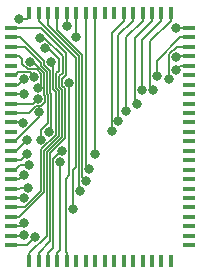
<source format=gbr>
%TF.GenerationSoftware,KiCad,Pcbnew,9.0.4*%
%TF.CreationDate,2025-11-13T11:37:52+01:00*%
%TF.ProjectId,Neptune-32x-315-5805-bypass,4e657074-756e-4652-9d33-32782d333135,rev?*%
%TF.SameCoordinates,Original*%
%TF.FileFunction,Copper,L1,Top*%
%TF.FilePolarity,Positive*%
%FSLAX46Y46*%
G04 Gerber Fmt 4.6, Leading zero omitted, Abs format (unit mm)*
G04 Created by KiCad (PCBNEW 9.0.4) date 2025-11-13 11:37:52*
%MOMM*%
%LPD*%
G01*
G04 APERTURE LIST*
%TA.AperFunction,CastellatedPad*%
%ADD10R,1.000000X0.300000*%
%TD*%
%TA.AperFunction,CastellatedPad*%
%ADD11R,0.300000X1.000000*%
%TD*%
%TA.AperFunction,ViaPad*%
%ADD12C,0.800000*%
%TD*%
%TA.AperFunction,Conductor*%
%ADD13C,0.127000*%
%TD*%
G04 APERTURE END LIST*
D10*
%TO.P,IC1,1,RA4*%
%TO.N,VA4*%
X97572800Y-64505600D03*
%TO.P,IC1,2,RA3*%
%TO.N,VA3*%
X97572800Y-65305600D03*
%TO.P,IC1,3,RA2*%
%TO.N,VA2*%
X97572800Y-66105600D03*
%TO.P,IC1,4,RA1*%
%TO.N,VA1*%
X97572800Y-66905600D03*
%TO.P,IC1,5,GND*%
%TO.N,unconnected-(IC1-GND-Pad5)*%
X97572800Y-67705600D03*
%TO.P,IC1,6,VA23*%
%TO.N,VA23*%
X97572800Y-68505600D03*
%TO.P,IC1,7,VA22*%
%TO.N,VA22*%
X97572800Y-69305600D03*
%TO.P,IC1,8,OVA21*%
%TO.N,VA21*%
X97572800Y-70105600D03*
%TO.P,IC1,9,OVA20*%
%TO.N,VA20*%
X97572800Y-70905600D03*
%TO.P,IC1,10,OVA19*%
%TO.N,VA19*%
X97572800Y-71705600D03*
%TO.P,IC1,11,VA18*%
%TO.N,VA18*%
X97572800Y-72505600D03*
%TO.P,IC1,12,GND*%
%TO.N,unconnected-(IC1-GND-Pad12)*%
X97572800Y-73305600D03*
%TO.P,IC1,13,VA17*%
%TO.N,VA17*%
X97572800Y-74105600D03*
%TO.P,IC1,14,VA16*%
%TO.N,VA16*%
X97572800Y-74905600D03*
%TO.P,IC1,15,VA15*%
%TO.N,VA15*%
X97572800Y-75705600D03*
%TO.P,IC1,16,VA14*%
%TO.N,VA14*%
X97572800Y-76505600D03*
%TO.P,IC1,17,VA13*%
%TO.N,VA13*%
X97572800Y-77305600D03*
%TO.P,IC1,18,VA12*%
%TO.N,VA12*%
X97572800Y-78105600D03*
%TO.P,IC1,19,VA11*%
%TO.N,VA11*%
X97572800Y-78905600D03*
%TO.P,IC1,20,VA10*%
%TO.N,VA10*%
X97572800Y-79705600D03*
%TO.P,IC1,21,VA9*%
%TO.N,VA9*%
X97572800Y-80505600D03*
%TO.P,IC1,22,VA8*%
%TO.N,VA8*%
X97572800Y-81305600D03*
%TO.P,IC1,23,VA7*%
%TO.N,VA7*%
X97572800Y-82105600D03*
%TO.P,IC1,24,VA6*%
%TO.N,VA6*%
X97572800Y-82905600D03*
D11*
%TO.P,IC1,25,VA5*%
%TO.N,VA5*%
X99072800Y-84205600D03*
%TO.P,IC1,26,VA4*%
%TO.N,VA4*%
X99872800Y-84205600D03*
%TO.P,IC1,27,VA3*%
%TO.N,VA3*%
X100672800Y-84205600D03*
%TO.P,IC1,28,VA2*%
%TO.N,VA2*%
X101472800Y-84205600D03*
%TO.P,IC1,29,VA1*%
%TO.N,VA1*%
X102272800Y-84205600D03*
%TO.P,IC1,30,SHA21*%
%TO.N,unconnected-(IC1-SHA21-Pad30)*%
X103072800Y-84205600D03*
%TO.P,IC1,31,SHA20*%
%TO.N,unconnected-(IC1-SHA20-Pad31)*%
X103872800Y-84205600D03*
%TO.P,IC1,32,CKIO*%
%TO.N,unconnected-(IC1-CKIO-Pad32)*%
X104672800Y-84205600D03*
%TO.P,IC1,33,GND*%
%TO.N,unconnected-(IC1-GND-Pad33)*%
X105472800Y-84205600D03*
%TO.P,IC1,34,VDD*%
%TO.N,unconnected-(IC1-VDD-Pad34)*%
X106272800Y-84205600D03*
%TO.P,IC1,35,BREQ*%
%TO.N,unconnected-(IC1-BREQ-Pad35)*%
X107072800Y-84205600D03*
%TO.P,IC1,36,OBACK*%
%TO.N,unconnected-(IC1-OBACK-Pad36)*%
X107872800Y-84205600D03*
%TO.P,IC1,37,OBACK*%
%TO.N,unconnected-(IC1-OBACK-Pad37)*%
X108672800Y-84205600D03*
%TO.P,IC1,38,SHA19*%
%TO.N,unconnected-(IC1-SHA19-Pad38)*%
X109472800Y-84205600D03*
%TO.P,IC1,39,SHA18*%
%TO.N,unconnected-(IC1-SHA18-Pad39)*%
X110272800Y-84205600D03*
%TO.P,IC1,40,SHA1*%
%TO.N,unconnected-(IC1-SHA1-Pad40)*%
X111072800Y-84205600D03*
D10*
%TO.P,IC1,41,SHA2*%
%TO.N,unconnected-(IC1-SHA2-Pad41)*%
X112572800Y-82905600D03*
%TO.P,IC1,42,SHA3*%
%TO.N,unconnected-(IC1-SHA3-Pad42)*%
X112572800Y-82105600D03*
%TO.P,IC1,43,SHA4*%
%TO.N,unconnected-(IC1-SHA4-Pad43)*%
X112572800Y-81305600D03*
%TO.P,IC1,44,SHA5*%
%TO.N,unconnected-(IC1-SHA5-Pad44)*%
X112572800Y-80505600D03*
%TO.P,IC1,45,SHA6*%
%TO.N,unconnected-(IC1-SHA6-Pad45)*%
X112572800Y-79705600D03*
%TO.P,IC1,46,SHA7*%
%TO.N,unconnected-(IC1-SHA7-Pad46)*%
X112572800Y-78905600D03*
%TO.P,IC1,47,SHA8*%
%TO.N,unconnected-(IC1-SHA8-Pad47)*%
X112572800Y-78105600D03*
%TO.P,IC1,48,SHA9*%
%TO.N,unconnected-(IC1-SHA9-Pad48)*%
X112572800Y-77305600D03*
%TO.P,IC1,49,SHA10*%
%TO.N,unconnected-(IC1-SHA10-Pad49)*%
X112572800Y-76505600D03*
%TO.P,IC1,50,SHA11*%
%TO.N,unconnected-(IC1-SHA11-Pad50)*%
X112572800Y-75705600D03*
%TO.P,IC1,51,SHA12*%
%TO.N,unconnected-(IC1-SHA12-Pad51)*%
X112572800Y-74905600D03*
%TO.P,IC1,52,SHA13*%
%TO.N,unconnected-(IC1-SHA13-Pad52)*%
X112572800Y-74105600D03*
%TO.P,IC1,53,GND*%
%TO.N,unconnected-(IC1-GND-Pad53)*%
X112572800Y-73305600D03*
%TO.P,IC1,54,SHA14*%
%TO.N,unconnected-(IC1-SHA14-Pad54)*%
X112572800Y-72505600D03*
%TO.P,IC1,55,SHA15*%
%TO.N,unconnected-(IC1-SHA15-Pad55)*%
X112572800Y-71705600D03*
%TO.P,IC1,56,SHA16*%
%TO.N,unconnected-(IC1-SHA16-Pad56)*%
X112572800Y-70905600D03*
%TO.P,IC1,57,SHA17*%
%TO.N,unconnected-(IC1-SHA17-Pad57)*%
X112572800Y-70105600D03*
%TO.P,IC1,58,~{SEL}*%
%TO.N,unconnected-(IC1-~{SEL}-Pad58)*%
X112572800Y-69305600D03*
%TO.P,IC1,59,GND*%
%TO.N,unconnected-(IC1-GND-Pad59)*%
X112572800Y-68505600D03*
%TO.P,IC1,60,RA23*%
%TO.N,VA23*%
X112572800Y-67705600D03*
%TO.P,IC1,61,RA22*%
%TO.N,VA22*%
X112572800Y-66905600D03*
%TO.P,IC1,62,RA21*%
%TO.N,VA21*%
X112572800Y-66105600D03*
%TO.P,IC1,63,RA20*%
%TO.N,VA20*%
X112572800Y-65305600D03*
%TO.P,IC1,64,RA19*%
%TO.N,VA19*%
X112572800Y-64505600D03*
D11*
%TO.P,IC1,65,RA18*%
%TO.N,VA18*%
X111072800Y-63205600D03*
%TO.P,IC1,66,RA17*%
%TO.N,VA17*%
X110272800Y-63205600D03*
%TO.P,IC1,67,RA16*%
%TO.N,VA16*%
X109472800Y-63205600D03*
%TO.P,IC1,68,RA15*%
%TO.N,VA15*%
X108672800Y-63205600D03*
%TO.P,IC1,69,RA14*%
%TO.N,VA14*%
X107872800Y-63205600D03*
%TO.P,IC1,70,RA13*%
%TO.N,VA13*%
X107072800Y-63205600D03*
%TO.P,IC1,71,GND*%
%TO.N,unconnected-(IC1-GND-Pad71)*%
X106272800Y-63205600D03*
%TO.P,IC1,72,VDD*%
%TO.N,unconnected-(IC1-VDD-Pad72)*%
X105472800Y-63205600D03*
%TO.P,IC1,73,RA12*%
%TO.N,VA12*%
X104672800Y-63205600D03*
%TO.P,IC1,74,RA11*%
%TO.N,VA11*%
X103872800Y-63205600D03*
%TO.P,IC1,75,RA10*%
%TO.N,VA10*%
X103072800Y-63205600D03*
%TO.P,IC1,76,RA9*%
%TO.N,VA9*%
X102272800Y-63205600D03*
%TO.P,IC1,77,RA8*%
%TO.N,VA8*%
X101472800Y-63205600D03*
%TO.P,IC1,78,RA7*%
%TO.N,VA7*%
X100672800Y-63205600D03*
%TO.P,IC1,79,RA6*%
%TO.N,VA6*%
X99872800Y-63205600D03*
%TO.P,IC1,80,RA5*%
%TO.N,VA5*%
X99072800Y-63205600D03*
%TD*%
D12*
%TO.N,VA3*%
X100721300Y-73339600D03*
X101825700Y-74935700D03*
%TO.N,VA2*%
X101671900Y-75856100D03*
X100051500Y-74009500D03*
%TO.N,VA1*%
X102452400Y-69168100D03*
X99786200Y-69571900D03*
%TO.N,VA23*%
X111511700Y-68082400D03*
X99524400Y-68651500D03*
%TO.N,VA22*%
X98599400Y-68863600D03*
X111503100Y-66994000D03*
%TO.N,VA21*%
X110918000Y-68855400D03*
X98599800Y-70138400D03*
%TO.N,VA20*%
X109921200Y-68596300D03*
X99821100Y-70492300D03*
%TO.N,VA19*%
X99158200Y-67353700D03*
X111517500Y-64510900D03*
%TO.N,VA18*%
X98593900Y-72550600D03*
X109565600Y-69764000D03*
%TO.N,VA17*%
X99927100Y-71660000D03*
X108645200Y-69764000D03*
%TO.N,VA16*%
X108209300Y-70931700D03*
X98858500Y-73985900D03*
%TO.N,VA15*%
X107283300Y-71501000D03*
X98869500Y-75221600D03*
%TO.N,VA14*%
X106632700Y-72377200D03*
X99101800Y-76149300D03*
%TO.N,VA13*%
X98604600Y-76957600D03*
X106048900Y-73241200D03*
%TO.N,VA12*%
X104672800Y-75156100D03*
X99016000Y-78018500D03*
%TO.N,VA11*%
X98613200Y-78928200D03*
X104151100Y-76436300D03*
%TO.N,VA10*%
X103072800Y-65238800D03*
X100942500Y-67369100D03*
%TO.N,VA9*%
X100431700Y-66222500D03*
X102272800Y-64326500D03*
%TO.N,VA8*%
X103908600Y-77485000D03*
X98618700Y-81046000D03*
%TO.N,VA7*%
X98621500Y-82042800D03*
X103374500Y-78326400D03*
%TO.N,VA6*%
X99556200Y-82221000D03*
X102778500Y-79862800D03*
%TO.N,VA5*%
X100015700Y-65336800D03*
X98179600Y-63762100D03*
%TD*%
D13*
%TO.N,VA5*%
X100015700Y-65336800D02*
X100015700Y-65336900D01*
X100593500Y-82083300D02*
X99072800Y-83604000D01*
X100593500Y-74992700D02*
X100593500Y-82083300D01*
X100015700Y-65336900D02*
X100371900Y-65336900D01*
X101606600Y-68598800D02*
X101606600Y-69497500D01*
X101829200Y-69720100D02*
X101829200Y-73757000D01*
X101904800Y-66869800D02*
X101904800Y-68300600D01*
X100371900Y-65336900D02*
X101904800Y-66869800D01*
X101904800Y-68300600D02*
X101606600Y-68598800D01*
X101606600Y-69497500D02*
X101829200Y-69720100D01*
X99072800Y-83604000D02*
X99072800Y-84205600D01*
X101829200Y-73757000D02*
X100593500Y-74992700D01*
%TO.N,VA9*%
X97572800Y-80505600D02*
X98256600Y-80505600D01*
X100346200Y-74890300D02*
X101581800Y-73654700D01*
X98256600Y-80505600D02*
X100346200Y-78416000D01*
X101359300Y-68363500D02*
X101600000Y-68122800D01*
X100346200Y-78416000D02*
X100346200Y-74890300D01*
X101581800Y-73654700D02*
X101581800Y-69822400D01*
X101359300Y-69599900D02*
X101359300Y-68363500D01*
X101581800Y-69822400D02*
X101359300Y-69599900D01*
X101600000Y-68122800D02*
X101600000Y-67128100D01*
X101600000Y-67128100D02*
X100694400Y-66222500D01*
X100694400Y-66222500D02*
X100431700Y-66222500D01*
%TO.N,VA4*%
X97572800Y-64505600D02*
X100054700Y-64505600D01*
X100054700Y-64505600D02*
X102209600Y-66660500D01*
X101853900Y-68831700D02*
X101853900Y-69395100D01*
X102076500Y-69617700D02*
X102076500Y-73859400D01*
X102209600Y-66660500D02*
X102209600Y-68476000D01*
X99872800Y-83521800D02*
X99872800Y-84205600D01*
X102209600Y-68476000D02*
X101853900Y-68831700D01*
X101853900Y-69395100D02*
X102076500Y-69617700D01*
X102076500Y-73859400D02*
X100840800Y-75095100D01*
X100840800Y-75095100D02*
X100840800Y-82553800D01*
X100840800Y-82553800D02*
X99872800Y-83521800D01*
%TO.N,VA1*%
X97572800Y-66905600D02*
X98223800Y-66905600D01*
X98475800Y-67157600D02*
X98475800Y-67528000D01*
X98475800Y-67528000D02*
X98955400Y-68007600D01*
X98955400Y-68007600D02*
X99706100Y-68007600D01*
X98223800Y-66905600D02*
X98475800Y-67157600D01*
X99706100Y-68007600D02*
X100108200Y-68409700D01*
X100108200Y-68409700D02*
X100108200Y-69249900D01*
X100108200Y-69249900D02*
X99786200Y-69571900D01*
%TO.N,VA15*%
X107283300Y-71501000D02*
X107283300Y-65278900D01*
X108672800Y-63889400D02*
X108672800Y-63205600D01*
X107283300Y-65278900D02*
X108672800Y-63889400D01*
%TO.N,VA14*%
X99101800Y-76149300D02*
X98272500Y-76149300D01*
X98272500Y-76149300D02*
X97916200Y-76505600D01*
X97916200Y-76505600D02*
X97572800Y-76505600D01*
%TO.N,VA16*%
X98858500Y-73985900D02*
X97938800Y-74905600D01*
X97938800Y-74905600D02*
X97572800Y-74905600D01*
%TO.N,VA17*%
X97572800Y-74105600D02*
X97877800Y-74105600D01*
X97877800Y-74105600D02*
X99927100Y-72056300D01*
X99927100Y-72056300D02*
X99927100Y-71660000D01*
%TO.N,VA23*%
X97572800Y-68505600D02*
X97940600Y-68505600D01*
X98166500Y-68279700D02*
X99152600Y-68279700D01*
X97940600Y-68505600D02*
X98166500Y-68279700D01*
X99152600Y-68279700D02*
X99524400Y-68651500D01*
%TO.N,VA5*%
X99072800Y-63205600D02*
X99072800Y-63588800D01*
X99072800Y-63588800D02*
X98899500Y-63762100D01*
X98899500Y-63762100D02*
X98179600Y-63762100D01*
%TO.N,VA22*%
X97072800Y-69305600D02*
X98157400Y-69305600D01*
X98157400Y-69305600D02*
X98599400Y-68863600D01*
X97572800Y-69305600D02*
X97072800Y-69305600D01*
%TO.N,VA3*%
X101766800Y-74935700D02*
X101088100Y-75614400D01*
X101825700Y-74935700D02*
X101766800Y-74935700D01*
X100357100Y-67331500D02*
X100357100Y-67609500D01*
X100864700Y-68117100D02*
X100864700Y-70010900D01*
X100899500Y-70045700D02*
X100899500Y-73161400D01*
X98256600Y-65305600D02*
X98331200Y-65305600D01*
X97572800Y-65305600D02*
X98256600Y-65305600D01*
X100357100Y-67609500D02*
X100864700Y-68117100D01*
X100899500Y-73161400D02*
X100721300Y-73339600D01*
X100672800Y-84205600D02*
X100672800Y-83521800D01*
X100864700Y-70010900D02*
X100899500Y-70045700D01*
X101088100Y-75614400D02*
X101088100Y-83106500D01*
X98331200Y-65305600D02*
X100357100Y-67331500D01*
X101088100Y-83106500D02*
X100672800Y-83521800D01*
%TO.N,VA2*%
X100617400Y-68219500D02*
X100617400Y-70113300D01*
X100109800Y-67711900D02*
X100617400Y-68219500D01*
X98748200Y-66105600D02*
X100109800Y-67467200D01*
X101472800Y-84205600D02*
X101472800Y-83521800D01*
X101671900Y-83322700D02*
X101671900Y-75856100D01*
X98256600Y-66105600D02*
X98748200Y-66105600D01*
X100051500Y-73183900D02*
X100051500Y-74009500D01*
X97572800Y-66105600D02*
X98256600Y-66105600D01*
X100652200Y-70148100D02*
X100652200Y-72583200D01*
X100617400Y-70113300D02*
X100652200Y-70148100D01*
X100652200Y-72583200D02*
X100051500Y-73183900D01*
X101472800Y-83521800D02*
X101671900Y-83322700D01*
X100109800Y-67467200D02*
X100109800Y-67711900D01*
%TO.N,VA1*%
X102190700Y-83439700D02*
X102190700Y-77261800D01*
X102452400Y-77000100D02*
X102452400Y-69168100D01*
X102272800Y-84205600D02*
X102272800Y-83521800D01*
X102272800Y-83521800D02*
X102190700Y-83439700D01*
X102190700Y-77261800D02*
X102452400Y-77000100D01*
%TO.N,VA23*%
X112572800Y-67705600D02*
X111888500Y-67705600D01*
X111888500Y-67705600D02*
X111511700Y-68082400D01*
%TO.N,VA22*%
X111800600Y-66994000D02*
X111503100Y-66994000D01*
X112572800Y-66905600D02*
X111889000Y-66905600D01*
X111889000Y-66905600D02*
X111800600Y-66994000D01*
%TO.N,VA21*%
X98567000Y-70105600D02*
X98599800Y-70138400D01*
X111551900Y-66105600D02*
X112572800Y-66105600D01*
X97572800Y-70105600D02*
X98567000Y-70105600D01*
X110918000Y-66739500D02*
X111551900Y-66105600D01*
X110918000Y-68855400D02*
X110918000Y-66739500D01*
%TO.N,VA20*%
X99407800Y-70905600D02*
X99821100Y-70492300D01*
X109921200Y-67273400D02*
X109921200Y-68596300D01*
X97572800Y-70905600D02*
X99407800Y-70905600D01*
X112572800Y-65305600D02*
X111889000Y-65305600D01*
X111889000Y-65305600D02*
X109921200Y-67273400D01*
%TO.N,VA19*%
X100404900Y-70753400D02*
X100082100Y-71076200D01*
X111883700Y-64510900D02*
X111517500Y-64510900D01*
X99056000Y-71705600D02*
X98256600Y-71705600D01*
X99401900Y-67353700D02*
X100370100Y-68321900D01*
X100404900Y-70250500D02*
X100404900Y-70753400D01*
X112572800Y-64505600D02*
X111889000Y-64505600D01*
X97572800Y-71705600D02*
X98256600Y-71705600D01*
X100370100Y-68321900D02*
X100370100Y-70215700D01*
X100082100Y-71076200D02*
X99685400Y-71076200D01*
X99158200Y-67353700D02*
X99401900Y-67353700D01*
X99685400Y-71076200D02*
X99056000Y-71705600D01*
X111889000Y-64505600D02*
X111883700Y-64510900D01*
X100370100Y-70215700D02*
X100404900Y-70250500D01*
%TO.N,VA18*%
X109309800Y-65652400D02*
X109309800Y-69508200D01*
X98301600Y-72550600D02*
X98256600Y-72505600D01*
X111072800Y-63205600D02*
X111072800Y-63889400D01*
X109309800Y-69508200D02*
X109565600Y-69764000D01*
X97572800Y-72505600D02*
X98256600Y-72505600D01*
X111072800Y-63889400D02*
X109309800Y-65652400D01*
X98593900Y-72550600D02*
X98301600Y-72550600D01*
%TO.N,VA17*%
X110272800Y-63889400D02*
X108645200Y-65517000D01*
X110272800Y-63205600D02*
X110272800Y-63889400D01*
X108645200Y-65517000D02*
X108645200Y-69764000D01*
%TO.N,VA16*%
X108039900Y-65322300D02*
X108039900Y-70762300D01*
X108039900Y-70762300D02*
X108209300Y-70931700D01*
X109472800Y-63205600D02*
X109472800Y-63889400D01*
X109472800Y-63889400D02*
X108039900Y-65322300D01*
%TO.N,VA15*%
X98385500Y-75705600D02*
X97572800Y-75705600D01*
X98869500Y-75221600D02*
X98385500Y-75705600D01*
%TO.N,VA14*%
X106632700Y-65129500D02*
X106632700Y-72377200D01*
X107872800Y-63889400D02*
X106632700Y-65129500D01*
X107872800Y-63205600D02*
X107872800Y-63889400D01*
%TO.N,VA13*%
X97572800Y-77305600D02*
X98256600Y-77305600D01*
X107072800Y-63205600D02*
X107072800Y-63889400D01*
X98604600Y-76957600D02*
X98256600Y-77305600D01*
X106048900Y-64913300D02*
X106048900Y-73241200D01*
X107072800Y-63889400D02*
X106048900Y-64913300D01*
%TO.N,VA12*%
X97572800Y-78105600D02*
X98256600Y-78105600D01*
X104672800Y-63205600D02*
X104672800Y-75156100D01*
X98343700Y-78018500D02*
X98256600Y-78105600D01*
X99016000Y-78018500D02*
X98343700Y-78018500D01*
%TO.N,VA11*%
X98613200Y-78928200D02*
X98279200Y-78928200D01*
X98279200Y-78928200D02*
X98256600Y-78905600D01*
X97572800Y-78905600D02*
X98256600Y-78905600D01*
X103872800Y-63889400D02*
X103872800Y-76158000D01*
X103872800Y-76158000D02*
X104151100Y-76436300D01*
X103872800Y-63205600D02*
X103872800Y-63889400D01*
%TO.N,VA10*%
X98256600Y-79705600D02*
X98688600Y-79705600D01*
X103072800Y-63205600D02*
X103072800Y-63889400D01*
X101112000Y-69702300D02*
X101112000Y-67538600D01*
X101326100Y-73560700D02*
X101326100Y-69916400D01*
X98688600Y-79705600D02*
X100098900Y-78295300D01*
X101112000Y-67538600D02*
X100942500Y-67369100D01*
X97572800Y-79705600D02*
X98256600Y-79705600D01*
X100098900Y-74787900D02*
X101326100Y-73560700D01*
X100098900Y-78295300D02*
X100098900Y-74787900D01*
X101326100Y-69916400D02*
X101112000Y-69702300D01*
X103072800Y-63889400D02*
X103072800Y-65238800D01*
%TO.N,VA9*%
X102272800Y-63205600D02*
X102272800Y-64326500D01*
%TO.N,VA8*%
X103567300Y-77143700D02*
X103908600Y-77485000D01*
X98618700Y-81046000D02*
X98359100Y-81305600D01*
X98359100Y-81305600D02*
X97572800Y-81305600D01*
X103567300Y-66783600D02*
X103567300Y-77143700D01*
X101472800Y-63205600D02*
X101472800Y-64689100D01*
X101472800Y-64689100D02*
X103567300Y-66783600D01*
%TO.N,VA7*%
X97572800Y-82105600D02*
X98256600Y-82105600D01*
X98621500Y-82042800D02*
X98319400Y-82042800D01*
X98319400Y-82042800D02*
X98256600Y-82105600D01*
X103319900Y-78271800D02*
X103374500Y-78326400D01*
X100672800Y-63889400D02*
X100672800Y-64239100D01*
X100672800Y-64239100D02*
X103319900Y-66886200D01*
X103319900Y-66886200D02*
X103319900Y-78271800D01*
X100672800Y-63205600D02*
X100672800Y-63889400D01*
%TO.N,VA6*%
X102778500Y-76572700D02*
X102778500Y-79862800D01*
X103036800Y-76314400D02*
X102778500Y-76572700D01*
X99872800Y-63205600D02*
X99872800Y-63889400D01*
X99872800Y-63889400D02*
X103036800Y-67053400D01*
X98871600Y-82905600D02*
X97572800Y-82905600D01*
X103036800Y-67053400D02*
X103036800Y-76314400D01*
X99556200Y-82221000D02*
X98871600Y-82905600D01*
%TD*%
M02*

</source>
